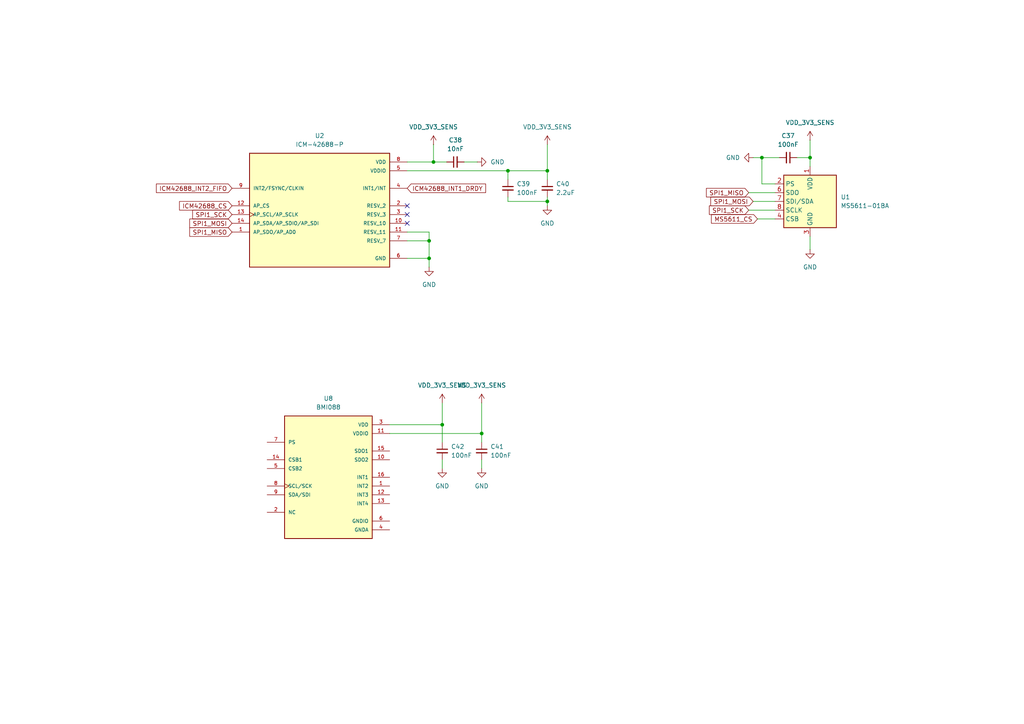
<source format=kicad_sch>
(kicad_sch (version 20250114) (generator "eeschema") (generator_version "9.0")
  (paper "A4")
  (lib_symbols
    (symbol "BMI088:BMI088" (pin_names (offset 1.016))
      (property "Reference" "U" (at -12.7 18.415 0))
      (property "Value" "BMI088" (at -12.7 -20.32 0))
      (symbol "BMI088_0_0"
        (rectangle (start -12.7 -17.78) (end 12.7 17.78) (stroke (width 0.254)) (fill (type background)))
        (pin input line (at -17.78 10.16 0) (length 5.08) (name "PS") (number "7"))
        (pin input line (at -17.78 5.08 0) (length 5.08) (name "CSB1") (number "14"))
        (pin input line (at -17.78 2.54 0) (length 5.08) (name "CSB2") (number "5"))
        (pin input clock (at -17.78 -2.54 0) (length 5.08) (name "SCL/SCK") (number "8"))
        (pin bidirectional line (at -17.78 -5.08 0) (length 5.08) (name "SDA/SDI") (number "9"))
        (pin passive line (at -17.78 -10.16 0) (length 5.08) (name "NC") (number "2"))
        (pin power_in line (at 17.78 15.24 180) (length 5.08) (name "VDD") (number "3"))
        (pin power_in line (at 17.78 12.7 180) (length 5.08) (name "VDDIO") (number "11"))
        (pin output line (at 17.78 7.62 180) (length 5.08) (name "SDO1") (number "15"))
        (pin output line (at 17.78 5.08 180) (length 5.08) (name "SDO2") (number "10"))
        (pin bidirectional line (at 17.78 0 180) (length 5.08) (name "INT1") (number "16"))
        (pin bidirectional line (at 17.78 -2.54 180) (length 5.08) (name "INT2") (number "1"))
        (pin bidirectional line (at 17.78 -5.08 180) (length 5.08) (name "INT3") (number "12"))
        (pin bidirectional line (at 17.78 -7.62 180) (length 5.08) (name "INT4") (number "13"))
        (pin power_in line (at 17.78 -12.7 180) (length 5.08) (name "GNDIO") (number "6"))
        (pin power_in line (at 17.78 -15.24 180) (length 5.08) (name "GNDA") (number "4"))
      )
    )
    (symbol "Device:C_Small" (pin_numbers (hide yes)) (pin_names (offset 0.254) (hide yes))
      (property "Reference" "C" (at 0.254 1.778 0))
      (property "Value" "C_Small" (at 0.254 -2.032 0))
      (symbol "C_Small_0_1"
        (polyline (pts (xy -1.524 0.508) (xy 1.524 0.508)) (stroke (width 0.3048)))
        (polyline (pts (xy -1.524 -0.508) (xy 1.524 -0.508)) (stroke (width 0.3302)))
      )
      (symbol "C_Small_1_1"
        (pin passive line (at 0 2.54 270) (length 2.032) (name "~") (number "1"))
        (pin passive line (at 0 -2.54 90) (length 2.032) (name "~") (number "2"))
      )
    )
    (symbol "ICM-42688-P:ICM-42688-P" (pin_names (offset 1.016))
      (property "Reference" "U" (at -20.32 16.002 0))
      (property "Value" "ICM-42688-P" (at -20.32 -20.32 0))
      (symbol "ICM-42688-P_0_0"
        (rectangle (start -20.32 -17.78) (end 20.32 15.24) (stroke (width 0.254)) (fill (type background)))
        (pin bidirectional line (at -25.4 5.08 0) (length 5.08) (name "INT2/FSYNC/CLKIN") (number "9"))
        (pin input line (at -25.4 0 0) (length 5.08) (name "AP_CS") (number "12"))
        (pin input clock (at -25.4 -2.54 0) (length 5.08) (name "AP_SCL/AP_SCLK") (number "13"))
        (pin bidirectional line (at -25.4 -5.08 0) (length 5.08) (name "AP_SDA/AP_SDIO/AP_SDI") (number "14"))
        (pin bidirectional line (at -25.4 -7.62 0) (length 5.08) (name "AP_SDO/AP_AD0") (number "1"))
        (pin power_in line (at 25.4 12.7 180) (length 5.08) (name "VDD") (number "8"))
        (pin power_in line (at 25.4 10.16 180) (length 5.08) (name "VDDIO") (number "5"))
        (pin output line (at 25.4 5.08 180) (length 5.08) (name "INT1/INT") (number "4"))
        (pin passive line (at 25.4 0 180) (length 5.08) (name "RESV_2") (number "2"))
        (pin passive line (at 25.4 -2.54 180) (length 5.08) (name "RESV_3") (number "3"))
        (pin passive line (at 25.4 -5.08 180) (length 5.08) (name "RESV_10") (number "10"))
        (pin passive line (at 25.4 -7.62 180) (length 5.08) (name "RESV_11") (number "11"))
        (pin passive line (at 25.4 -10.16 180) (length 5.08) (name "RESV_7") (number "7"))
        (pin power_in line (at 25.4 -15.24 180) (length 5.08) (name "GND") (number "6"))
      )
    )
    (symbol "Sensor_Pressure:MS5611-01BA"
      (property "Reference" "U" (at -6.35 8.89 0))
      (property "Value" "MS5611-01BA" (at 7.62 8.89 0))
      (symbol "MS5611-01BA_0_1"
        (rectangle (start -7.62 7.62) (end 7.62 -7.62) (stroke (width 0.254)) (fill (type background)))
      )
      (symbol "MS5611-01BA_1_1"
        (pin input line (at -10.16 5.08 0) (length 2.54) (name "PS") (number "2"))
        (pin output line (at -10.16 2.54 0) (length 2.54) (name "SDO") (number "6"))
        (pin bidirectional line (at -10.16 0 0) (length 2.54) (name "SDI/SDA") (number "7"))
        (pin input line (at -10.16 -2.54 0) (length 2.54) (name "SCLK") (number "8"))
        (pin input line (at -10.16 -5.08 0) (length 2.54) (name "CSB") (number "4"))
        (pin input line (at -10.16 -5.08 0) (length 2.54) (hide yes) (name "CSB") (number "5"))
        (pin power_in line (at 0 10.16 270) (length 2.54) (name "VDD") (number "1"))
        (pin power_in line (at 0 -10.16 90) (length 2.54) (name "GND") (number "3"))
      )
    )
    (symbol "power:GND" (power) (pin_numbers (hide yes)) (pin_names (offset 0) (hide yes))
      (property "Value" "GND" (at 0 -3.81 0))
      (symbol "GND_0_1"
        (polyline (pts (xy 0 0) (xy 0 -1.27) (xy 1.27 -1.27) (xy 0 -2.54) (xy -1.27 -1.27) (xy 0 -1.27)))
      )
      (symbol "GND_1_1"
        (pin power_in line (at 0 0 270) (length 0) (name "~") (number "1"))
      )
    )
    (symbol "power:VCC" (power) (pin_numbers (hide yes)) (pin_names (offset 0) (hide yes))
      (property "Value" "VCC" (at 0 3.556 0))
      (symbol "VCC_0_1"
        (polyline (pts (xy -0.762 1.27) (xy 0 2.54)))
        (polyline (pts (xy 0 2.54) (xy 0.762 1.27)))
        (polyline (pts (xy 0 0) (xy 0 2.54)))
      )
      (symbol "VCC_1_1"
        (pin power_in line (at 0 0 90) (length 0) (name "~") (number "1"))
      )
    )
  )
  (junction (at 124.46 74.93))
  (junction (at 139.7 125.73))
  (junction (at 220.98 45.72))
  (junction (at 158.75 58.42))
  (junction (at 128.27 123.19))
  (junction (at 147.32 49.53))
  (junction (at 125.73 46.99))
  (junction (at 158.75 49.53))
  (junction (at 124.46 69.85))
  (junction (at 234.95 45.72))
  (no_connect (at 118.11 62.23))
  (no_connect (at 118.11 64.77))
  (no_connect (at 118.11 59.69))
  (wire (pts (xy 234.95 68.58) (xy 234.95 72.39)))
  (wire (pts (xy 139.7 116.84) (xy 139.7 125.73)))
  (wire (pts (xy 139.7 133.35) (xy 139.7 135.89)))
  (wire (pts (xy 128.27 133.35) (xy 128.27 135.89)))
  (wire (pts (xy 147.32 49.53) (xy 147.32 52.07)))
  (wire (pts (xy 124.46 67.31) (xy 124.46 69.85)))
  (wire (pts (xy 218.44 45.72) (xy 220.98 45.72)))
  (wire (pts (xy 124.46 74.93) (xy 124.46 77.47)))
  (wire (pts (xy 158.75 49.53) (xy 147.32 49.53)))
  (wire (pts (xy 217.17 55.88) (xy 224.79 55.88)))
  (wire (pts (xy 124.46 69.85) (xy 124.46 74.93)))
  (wire (pts (xy 147.32 57.15) (xy 147.32 58.42)))
  (wire (pts (xy 118.11 49.53) (xy 147.32 49.53)))
  (wire (pts (xy 125.73 41.91) (xy 125.73 46.99)))
  (wire (pts (xy 147.32 58.42) (xy 158.75 58.42)))
  (wire (pts (xy 158.75 58.42) (xy 158.75 59.69)))
  (wire (pts (xy 231.14 45.72) (xy 234.95 45.72)))
  (wire (pts (xy 217.17 60.96) (xy 224.79 60.96)))
  (wire (pts (xy 113.03 125.73) (xy 139.7 125.73)))
  (wire (pts (xy 234.95 45.72) (xy 234.95 48.26)))
  (wire (pts (xy 234.95 40.64) (xy 234.95 45.72)))
  (wire (pts (xy 158.75 57.15) (xy 158.75 58.42)))
  (wire (pts (xy 220.98 53.34) (xy 220.98 45.72)))
  (wire (pts (xy 158.75 41.91) (xy 158.75 49.53)))
  (wire (pts (xy 224.79 53.34) (xy 220.98 53.34)))
  (wire (pts (xy 125.73 46.99) (xy 118.11 46.99)))
  (wire (pts (xy 220.98 45.72) (xy 226.06 45.72)))
  (wire (pts (xy 113.03 123.19) (xy 128.27 123.19)))
  (wire (pts (xy 219.71 63.5) (xy 224.79 63.5)))
  (wire (pts (xy 134.62 46.99) (xy 138.43 46.99)))
  (wire (pts (xy 139.7 125.73) (xy 139.7 128.27)))
  (wire (pts (xy 158.75 52.07) (xy 158.75 49.53)))
  (wire (pts (xy 118.11 67.31) (xy 124.46 67.31)))
  (wire (pts (xy 128.27 123.19) (xy 128.27 128.27)))
  (wire (pts (xy 218.44 58.42) (xy 224.79 58.42)))
  (wire (pts (xy 118.11 74.93) (xy 124.46 74.93)))
  (wire (pts (xy 128.27 116.84) (xy 128.27 123.19)))
  (wire (pts (xy 125.73 46.99) (xy 129.54 46.99)))
  (wire (pts (xy 118.11 69.85) (xy 124.46 69.85)))
  (global_label "ICM42688_CS" (shape input) (at 67.31 59.69 180) (property "Intersheetrefs" "${INTERSHEET_REFS}" (effects (hide yes))))
  (global_label "SPI1_MISO" (shape input) (at 67.31 67.31 180) (property "Intersheetrefs" "${INTERSHEET_REFS}" (effects (hide yes))))
  (global_label "SPI1_SCK" (shape input) (at 217.17 60.96 180) (property "Intersheetrefs" "${INTERSHEET_REFS}" (effects (hide yes))))
  (global_label "SPI1_MOSI" (shape input) (at 67.31 64.77 180) (property "Intersheetrefs" "${INTERSHEET_REFS}" (effects (hide yes))))
  (global_label "ICM42688_INT1_DRDY" (shape input) (at 118.11 54.61 0) (property "Intersheetrefs" "${INTERSHEET_REFS}" (effects (hide yes))))
  (global_label "SPI1_MOSI" (shape input) (at 218.44 58.42 180) (property "Intersheetrefs" "${INTERSHEET_REFS}" (effects (hide yes))))
  (global_label "MS5611_CS" (shape input) (at 219.71 63.5 180) (property "Intersheetrefs" "${INTERSHEET_REFS}" (effects (hide yes))))
  (global_label "SPI1_SCK" (shape input) (at 67.31 62.23 180) (property "Intersheetrefs" "${INTERSHEET_REFS}" (effects (hide yes))))
  (global_label "SPI1_MISO" (shape input) (at 217.17 55.88 180) (property "Intersheetrefs" "${INTERSHEET_REFS}" (effects (hide yes))))
  (global_label "ICM42688_INT2_FIFO" (shape input) (at 67.31 54.61 180) (property "Intersheetrefs" "${INTERSHEET_REFS}" (effects (hide yes))))
  (symbol (lib_id "Device:C_Small") (at 158.75 54.61 0) (unit 1)
    (property "Reference" "C40" (at 161.29 53.3462 0) (effects (justify left)))
    (property "Value" "2.2uF" (at 161.29 55.8862 0) (effects (justify left)))
    (property "Footprint" "Capacitor_SMD:C_0402_1005Metric" (effects (hide yes)))
    (property "Description" "Unpolarized capacitor, small symbol" (effects (hide yes)))
  )
  (symbol (lib_id "power:VCC") (at 158.75 41.91 0) (unit 1)
    (property "Reference" "#PWR050" (effects (hide yes)))
    (property "Value" "VDD_3V3_SENS" (at 158.75 36.83 0))
    (property "Description" "Power symbol creates a global label with name \"VCC\"" (effects (hide yes)))
  )
  (symbol (lib_id "power:VCC") (at 128.27 116.84 0) (unit 1)
    (property "Reference" "#PWR054" (effects (hide yes)))
    (property "Value" "VDD_3V3_SENS" (at 128.27 111.76 0))
    (property "Description" "Power symbol creates a global label with name \"VCC\"" (effects (hide yes)))
  )
  (symbol (lib_id "power:GND") (at 234.95 72.39 0) (unit 1)
    (property "Reference" "#PWR046" (effects (hide yes)))
    (property "Value" "GND" (at 234.95 77.47 0))
    (property "Description" "Power symbol creates a global label with name \"GND\" , ground" (effects (hide yes)))
  )
  (symbol (lib_id "power:VCC") (at 139.7 116.84 0) (unit 1)
    (property "Reference" "#PWR055" (effects (hide yes)))
    (property "Value" "VDD_3V3_SENS" (at 139.7 111.76 0))
    (property "Description" "Power symbol creates a global label with name \"VCC\"" (effects (hide yes)))
  )
  (symbol (lib_id "power:GND") (at 139.7 135.89 0) (unit 1)
    (property "Reference" "#PWR053" (effects (hide yes)))
    (property "Value" "GND" (at 139.7 140.97 0))
    (property "Description" "Power symbol creates a global label with name \"GND\" , ground" (effects (hide yes)))
  )
  (symbol (lib_id "Device:C_Small") (at 128.27 130.81 0) (unit 1)
    (property "Reference" "C42" (at 130.81 129.5462 0) (effects (justify left)))
    (property "Value" "100nF" (at 130.81 132.0862 0) (effects (justify left)))
    (property "Footprint" "Capacitor_SMD:C_0402_1005Metric" (effects (hide yes)))
    (property "Description" "Unpolarized capacitor, small symbol" (effects (hide yes)))
  )
  (symbol (lib_id "power:VCC") (at 234.95 40.64 0) (unit 1)
    (property "Reference" "#PWR044" (effects (hide yes)))
    (property "Value" "VDD_3V3_SENS" (at 234.95 35.56 0))
    (property "Description" "Power symbol creates a global label with name \"VCC\"" (effects (hide yes)))
  )
  (symbol (lib_id "Device:C_Small") (at 139.7 130.81 0) (unit 1)
    (property "Reference" "C41" (at 142.24 129.5462 0) (effects (justify left)))
    (property "Value" "100nF" (at 142.24 132.0862 0) (effects (justify left)))
    (property "Footprint" "Capacitor_SMD:C_0402_1005Metric" (effects (hide yes)))
    (property "Description" "Unpolarized capacitor, small symbol" (effects (hide yes)))
  )
  (symbol (lib_id "Device:C_Small") (at 132.08 46.99 90) (unit 1)
    (property "Reference" "C38" (at 132.0863 40.64 90))
    (property "Value" "10nF" (at 132.0863 43.18 90))
    (property "Footprint" "Capacitor_SMD:C_0402_1005Metric" (effects (hide yes)))
    (property "Description" "Unpolarized capacitor, small symbol" (effects (hide yes)))
  )
  (symbol (lib_id "Device:C_Small") (at 147.32 54.61 0) (unit 1)
    (property "Reference" "C39" (at 149.86 53.3462 0) (effects (justify left)))
    (property "Value" "100nF" (at 149.86 55.8862 0) (effects (justify left)))
    (property "Footprint" "Capacitor_SMD:C_0402_1005Metric" (effects (hide yes)))
    (property "Description" "Unpolarized capacitor, small symbol" (effects (hide yes)))
  )
  (symbol (lib_id "power:GND") (at 128.27 135.89 0) (unit 1)
    (property "Reference" "#PWR052" (effects (hide yes)))
    (property "Value" "GND" (at 128.27 140.97 0))
    (property "Description" "Power symbol creates a global label with name \"GND\" , ground" (effects (hide yes)))
  )
  (symbol (lib_id "power:GND") (at 218.44 45.72 270) (unit 1)
    (property "Reference" "#PWR045" (effects (hide yes)))
    (property "Value" "GND" (at 214.63 45.7199 90) (effects (justify right)))
    (property "Description" "Power symbol creates a global label with name \"GND\" , ground" (effects (hide yes)))
  )
  (symbol (lib_id "BMI088:BMI088") (at 95.25 138.43 0) (unit 1)
    (property "Reference" "U8" (at 95.25 115.57 0))
    (property "Value" "BMI088" (at 95.25 118.11 0))
    (property "Footprint" "BMI088:PQFN50P450X300X100-16N" (effects (hide yes)))
    (property "MF" "Bosch Sensortec" (effects (hide yes)))
    (property "PURCHASE-URL" "https://pricing.snapeda.com/search/part/BMI088/?ref=eda" (effects (hide yes)))
    (property "PACKAGE" "VFLGA-16 Bosch Sensortec" (effects (hide yes)))
    (property "PRICE" "None" (effects (hide yes)))
    (property "Package" "VFLGA-16 Bosch Sensortec" (effects (hide yes)))
    (property "Check_prices" "https://www.snapeda.com/parts/BMI088/Bosch/view-part/?ref=eda" (effects (hide yes)))
    (property "Price" "None" (effects (hide yes)))
    (property "SnapEDA_Link" "https://www.snapeda.com/parts/BMI088/Bosch/view-part/?ref=snap" (effects (hide yes)))
    (property "MP" "BMI088" (effects (hide yes)))
    (property "Description_1" "Accelerometer, Gyroscope, 6 Axis Sensor I2C, SPI Output" (effects (hide yes)))
    (property "Availability" "In Stock" (effects (hide yes)))
    (property "AVAILABILITY" "In Stock" (effects (hide yes)))
    (property "DESCRIPTION" "Accelerometer, Gyroscope, 6 Axis Sensor I²C, SPI Output" (effects (hide yes)))
  )
  (symbol (lib_id "Device:C_Small") (at 228.6 45.72 270) (unit 1)
    (property "Reference" "C37" (at 228.5936 39.37 90))
    (property "Value" "100nF" (at 228.5936 41.91 90))
    (property "Footprint" "Capacitor_SMD:C_0402_1005Metric" (effects (hide yes)))
    (property "Description" "Unpolarized capacitor, small symbol" (effects (hide yes)))
  )
  (symbol (lib_id "ICM-42688-P:ICM-42688-P") (at 92.71 59.69 0) (unit 1)
    (property "Reference" "U2" (at 92.71 39.37 0))
    (property "Value" "ICM-42688-P" (at 92.71 41.91 0))
    (property "Footprint" "ICM-42688-P:PQFN50P300X250X97-14N" (effects (hide yes)))
    (property "MF" "TDK InvenSense" (effects (hide yes)))
    (property "MAXIMUM_PACKAGE_HEIGHT" "0.97mm" (effects (hide yes)))
    (property "Package" "LGA-14 TDK InvenSense" (effects (hide yes)))
    (property "Price" "None" (effects (hide yes)))
    (property "Check_prices" "https://www.snapeda.com/parts/ICM-42688-P/TDK/view-part/?ref=eda" (effects (hide yes)))
    (property "STANDARD" "IPC-7351B" (effects (hide yes)))
    (property "PARTREV" "1.2" (effects (hide yes)))
    (property "SnapEDA_Link" "https://www.snapeda.com/parts/ICM-42688-P/TDK/view-part/?ref=snap" (effects (hide yes)))
    (property "MP" "ICM-42688-P" (effects (hide yes)))
    (property "Description_1" "Accelerometer, Gyroscope, 6 Axis Sensor - Output" (effects (hide yes)))
    (property "Availability" "In Stock" (effects (hide yes)))
    (property "MANUFACTURER" "TDK InvenSense" (effects (hide yes)))
  )
  (symbol (lib_id "power:GND") (at 138.43 46.99 90) (unit 1)
    (property "Reference" "#PWR048" (effects (hide yes)))
    (property "Value" "GND" (at 142.24 46.9899 90) (effects (justify right)))
    (property "Description" "Power symbol creates a global label with name \"GND\" , ground" (effects (hide yes)))
  )
  (symbol (lib_id "power:VCC") (at 125.73 41.91 0) (unit 1)
    (property "Reference" "#PWR047" (effects (hide yes)))
    (property "Value" "VDD_3V3_SENS" (at 125.73 36.83 0))
    (property "Description" "Power symbol creates a global label with name \"VCC\"" (effects (hide yes)))
  )
  (symbol (lib_id "power:GND") (at 158.75 59.69 0) (unit 1)
    (property "Reference" "#PWR049" (effects (hide yes)))
    (property "Value" "GND" (at 158.75 64.77 0))
    (property "Description" "Power symbol creates a global label with name \"GND\" , ground" (effects (hide yes)))
  )
  (symbol (lib_id "Sensor_Pressure:MS5611-01BA") (at 234.95 58.42 0) (unit 1)
    (property "Reference" "U1" (at 243.84 57.1499 0) (effects (justify left)))
    (property "Value" "MS5611-01BA" (at 243.84 59.6899 0) (effects (justify left)))
    (property "Footprint" "Package_LGA:LGA-8_3x5mm_P1.25mm" (effects (hide yes)))
    (property "Datasheet" "https://www.te.com/commerce/DocumentDelivery/DDEController?Action=srchrtrv&DocNm=MS5611-01BA03&DocType=Data+Sheet&DocLang=English" (effects (hide yes)))
    (property "Description" "Barometric pressure sensor, 10cm resolution, 10 to 1200 mbar, I2C and SPI interface up to 20MHz, LGA-8" (effects (hide yes)))
  )
  (symbol (lib_id "power:GND") (at 124.46 77.47 0) (unit 1)
    (property "Reference" "#PWR051" (effects (hide yes)))
    (property "Value" "GND" (at 124.46 82.55 0))
    (property "Description" "Power symbol creates a global label with name \"GND\" , ground" (effects (hide yes)))
  )
)
</source>
